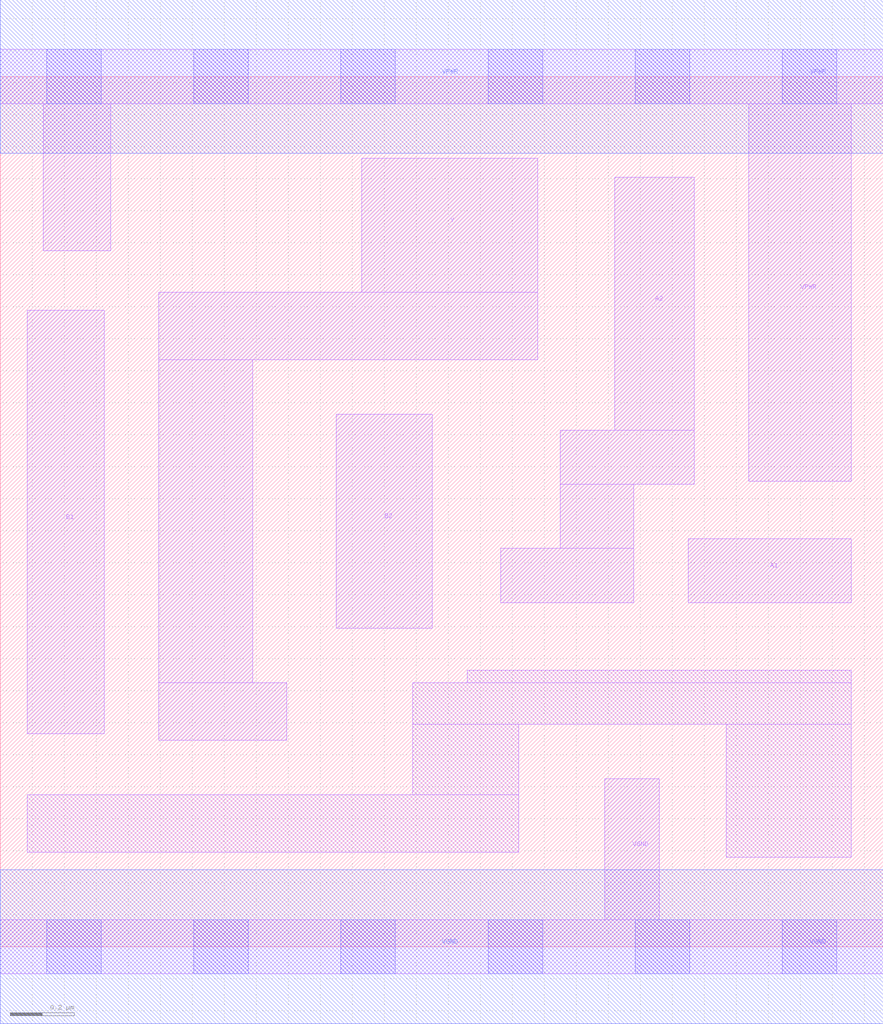
<source format=lef>
# Copyright 2020 The SkyWater PDK Authors
#
# Licensed under the Apache License, Version 2.0 (the "License");
# you may not use this file except in compliance with the License.
# You may obtain a copy of the License at
#
#     https://www.apache.org/licenses/LICENSE-2.0
#
# Unless required by applicable law or agreed to in writing, software
# distributed under the License is distributed on an "AS IS" BASIS,
# WITHOUT WARRANTIES OR CONDITIONS OF ANY KIND, either express or implied.
# See the License for the specific language governing permissions and
# limitations under the License.
#
# SPDX-License-Identifier: Apache-2.0

VERSION 5.7 ;
  NAMESCASESENSITIVE ON ;
  NOWIREEXTENSIONATPIN ON ;
  DIVIDERCHAR "/" ;
  BUSBITCHARS "[]" ;
UNITS
  DATABASE MICRONS 200 ;
END UNITS
PROPERTYDEFINITIONS
  MACRO maskLayoutSubType STRING ;
  MACRO prCellType STRING ;
  MACRO originalViewName STRING ;
END PROPERTYDEFINITIONS
MACRO sky130_fd_sc_hdll__o22ai_1
  CLASS CORE ;
  FOREIGN sky130_fd_sc_hdll__o22ai_1 ;
  ORIGIN  0.000000  0.000000 ;
  SIZE  2.760000 BY  2.720000 ;
  SYMMETRY X Y R90 ;
  SITE unithd ;
  PIN A1
    ANTENNAGATEAREA  0.277500 ;
    DIRECTION INPUT ;
    USE SIGNAL ;
    PORT
      LAYER li1 ;
        RECT 2.150000 1.075000 2.660000 1.275000 ;
    END
  END A1
  PIN A2
    ANTENNAGATEAREA  0.277500 ;
    DIRECTION INPUT ;
    USE SIGNAL ;
    PORT
      LAYER li1 ;
        RECT 1.565000 1.075000 1.980000 1.245000 ;
        RECT 1.750000 1.245000 1.980000 1.445000 ;
        RECT 1.750000 1.445000 2.170000 1.615000 ;
        RECT 1.920000 1.615000 2.170000 2.405000 ;
    END
  END A2
  PIN B1
    ANTENNAGATEAREA  0.277500 ;
    DIRECTION INPUT ;
    USE SIGNAL ;
    PORT
      LAYER li1 ;
        RECT 0.085000 0.665000 0.325000 1.990000 ;
    END
  END B1
  PIN B2
    ANTENNAGATEAREA  0.277500 ;
    DIRECTION INPUT ;
    USE SIGNAL ;
    PORT
      LAYER li1 ;
        RECT 1.050000 0.995000 1.350000 1.665000 ;
    END
  END B2
  PIN VGND
    ANTENNADIFFAREA  0.201500 ;
    DIRECTION INOUT ;
    USE SIGNAL ;
    PORT
      LAYER li1 ;
        RECT 0.000000 -0.085000 2.760000 0.085000 ;
        RECT 1.890000  0.085000 2.060000 0.525000 ;
      LAYER mcon ;
        RECT 0.145000 -0.085000 0.315000 0.085000 ;
        RECT 0.605000 -0.085000 0.775000 0.085000 ;
        RECT 1.065000 -0.085000 1.235000 0.085000 ;
        RECT 1.525000 -0.085000 1.695000 0.085000 ;
        RECT 1.985000 -0.085000 2.155000 0.085000 ;
        RECT 2.445000 -0.085000 2.615000 0.085000 ;
      LAYER met1 ;
        RECT 0.000000 -0.240000 2.760000 0.240000 ;
    END
  END VGND
  PIN VPWR
    ANTENNADIFFAREA  0.550000 ;
    DIRECTION INOUT ;
    USE SIGNAL ;
    PORT
      LAYER li1 ;
        RECT 0.000000 2.635000 2.760000 2.805000 ;
        RECT 0.135000 2.175000 0.345000 2.635000 ;
        RECT 2.340000 1.455000 2.660000 2.635000 ;
      LAYER mcon ;
        RECT 0.145000 2.635000 0.315000 2.805000 ;
        RECT 0.605000 2.635000 0.775000 2.805000 ;
        RECT 1.065000 2.635000 1.235000 2.805000 ;
        RECT 1.525000 2.635000 1.695000 2.805000 ;
        RECT 1.985000 2.635000 2.155000 2.805000 ;
        RECT 2.445000 2.635000 2.615000 2.805000 ;
      LAYER met1 ;
        RECT 0.000000 2.480000 2.760000 2.960000 ;
    END
  END VPWR
  PIN Y
    ANTENNADIFFAREA  0.816750 ;
    DIRECTION OUTPUT ;
    USE SIGNAL ;
    PORT
      LAYER li1 ;
        RECT 0.495000 0.645000 0.895000 0.825000 ;
        RECT 0.495000 0.825000 0.790000 1.835000 ;
        RECT 0.495000 1.835000 1.680000 2.045000 ;
        RECT 1.130000 2.045000 1.680000 2.465000 ;
    END
  END Y
  OBS
    LAYER li1 ;
      RECT 0.085000 0.295000 1.620000 0.475000 ;
      RECT 1.290000 0.475000 1.620000 0.695000 ;
      RECT 1.290000 0.695000 2.660000 0.825000 ;
      RECT 1.460000 0.825000 2.660000 0.865000 ;
      RECT 2.270000 0.280000 2.660000 0.695000 ;
  END
  PROPERTY maskLayoutSubType "abstract" ;
  PROPERTY prCellType "standard" ;
  PROPERTY originalViewName "layout" ;
END sky130_fd_sc_hdll__o22ai_1

</source>
